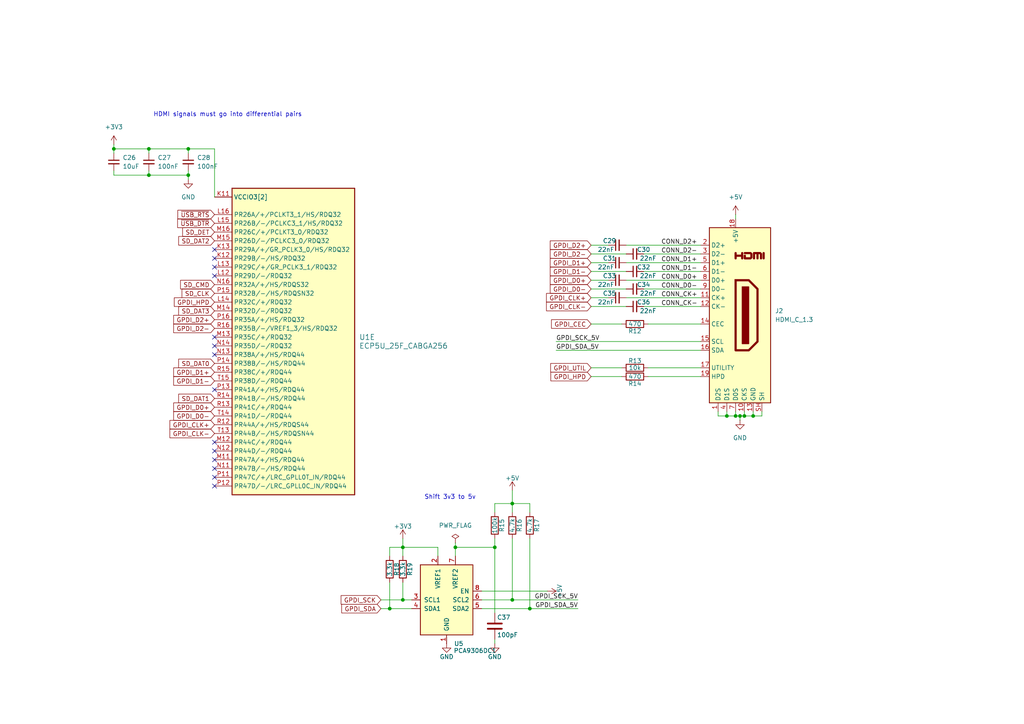
<source format=kicad_sch>
(kicad_sch (version 20250114) (generator "eeschema") (generator_version "9.0")
  (paper "A4")
  (title_block (title "Icepi zero") (date "2025-06-16") (rev "v1.2") (company "Chengyin Yao (cheyao)") (comment 1 "https://github.com/cheyao/icepi-zero") (comment 9 "OSHWA FR000026"))
  (lib_symbols
    (symbol "Connector:HDMI_C_1.3"
      (property "Reference" "J" (at -6.35 26.67 0))
      (property "Value" "HDMI_C_1.3" (at 10.16 26.67 0))
      (symbol "HDMI_C_1.3_0_0"
        (polyline (pts (xy 0 16.51) (xy 0 18.034) (xy 0 17.272) (xy 1.905 17.272) (xy 1.905 18.034) (xy 1.905 16.51)) (stroke (width 0.635)))
        (polyline (pts (xy 2.667 18.034) (xy 4.318 18.034) (xy 4.572 17.78) (xy 4.572 16.764) (xy 4.318 16.51) (xy 2.667 16.51) (xy 2.667 17.272)) (stroke (width 0.635)))
        (polyline (pts (xy 8.128 16.51) (xy 8.128 18.034)) (stroke (width 0.635)))
      )
      (symbol "HDMI_C_1.3_0_1"
        (rectangle (start -7.62 25.4) (end 10.16 -25.4) (stroke (width 0.254)) (fill (type background)))
        (polyline (pts (xy 0 10.16) (xy 3.81 10.16) (xy 6.35 7.62) (xy 6.35 -7.62) (xy 3.81 -10.16) (xy 0 -10.16) (xy 0 10.16)) (stroke (width 0.635)))
        (rectangle (start 1.905 8.255) (end 3.81 -8.255) (stroke (width 0.254)) (fill (type outline)))
        (polyline (pts (xy 5.334 16.51) (xy 5.334 18.034) (xy 6.35 18.034) (xy 6.35 16.51) (xy 6.35 18.034) (xy 7.112 18.034) (xy 7.366 17.78) (xy 7.366 16.51)) (stroke (width 0.635)))
      )
      (symbol "HDMI_C_1.3_1_1"
        (pin passive line (at -10.16 20.32 0) (length 2.54) (name "D2+") (number "2"))
        (pin passive line (at -10.16 17.78 0) (length 2.54) (name "D2-") (number "3"))
        (pin passive line (at -10.16 15.24 0) (length 2.54) (name "D1+") (number "5"))
        (pin passive line (at -10.16 12.7 0) (length 2.54) (name "D1-") (number "6"))
        (pin passive line (at -10.16 10.16 0) (length 2.54) (name "D0+") (number "8"))
        (pin passive line (at -10.16 7.62 0) (length 2.54) (name "D0-") (number "9"))
        (pin passive line (at -10.16 5.08 0) (length 2.54) (name "CK+") (number "11"))
        (pin passive line (at -10.16 2.54 0) (length 2.54) (name "CK-") (number "12"))
        (pin bidirectional line (at -10.16 -2.54 0) (length 2.54) (name "CEC") (number "14"))
        (pin passive line (at -10.16 -7.62 0) (length 2.54) (name "SCL") (number "15"))
        (pin bidirectional line (at -10.16 -10.16 0) (length 2.54) (name "SDA") (number "16"))
        (pin passive line (at -10.16 -15.24 0) (length 2.54) (name "UTILITY") (number "17"))
        (pin passive line (at -10.16 -17.78 0) (length 2.54) (name "HPD") (number "19"))
        (pin power_in line (at -5.08 -27.94 90) (length 2.54) (name "D2S") (number "1"))
        (pin power_in line (at -2.54 -27.94 90) (length 2.54) (name "D1S") (number "4"))
        (pin power_in line (at 0 27.94 270) (length 2.54) (name "+5V") (number "18"))
        (pin power_in line (at 0 -27.94 90) (length 2.54) (name "D0S") (number "7"))
        (pin power_in line (at 2.54 -27.94 90) (length 2.54) (name "CKS") (number "10"))
        (pin power_in line (at 5.08 -27.94 90) (length 2.54) (name "GND") (number "13"))
        (pin passive line (at 7.62 -27.94 90) (length 2.54) (name "SH") (number "SH"))
      )
    )
    (symbol "Device:C" (pin_numbers (hide yes)) (pin_names (offset 0.254))
      (property "Reference" "C" (at 0.635 2.54 0))
      (property "Value" "C" (at 0.635 -2.54 0))
      (symbol "C_0_1"
        (polyline (pts (xy -2.032 0.762) (xy 2.032 0.762)) (stroke (width 0.508)))
        (polyline (pts (xy -2.032 -0.762) (xy 2.032 -0.762)) (stroke (width 0.508)))
      )
      (symbol "C_1_1"
        (pin passive line (at 0 3.81 270) (length 2.794) (name "~") (number "1"))
        (pin passive line (at 0 -3.81 90) (length 2.794) (name "~") (number "2"))
      )
    )
    (symbol "Device:C_Small" (pin_numbers (hide yes)) (pin_names (offset 0.254) (hide yes))
      (property "Reference" "C" (at 0.254 1.778 0))
      (property "Value" "C_Small" (at 0.254 -2.032 0))
      (symbol "C_Small_0_1"
        (polyline (pts (xy -1.524 0.508) (xy 1.524 0.508)) (stroke (width 0.3048)))
        (polyline (pts (xy -1.524 -0.508) (xy 1.524 -0.508)) (stroke (width 0.3302)))
      )
      (symbol "C_Small_1_1"
        (pin passive line (at 0 2.54 270) (length 2.032) (name "~") (number "1"))
        (pin passive line (at 0 -2.54 90) (length 2.032) (name "~") (number "2"))
      )
    )
    (symbol "Device:R" (pin_numbers (hide yes)) (pin_names (offset 0))
      (property "Reference" "R" (at 2.032 0 90))
      (property "Value" "R" (at 0 0 90))
      (symbol "R_0_1"
        (rectangle (start -1.016 -2.54) (end 1.016 2.54) (stroke (width 0.254)))
      )
      (symbol "R_1_1"
        (pin passive line (at 0 3.81 270) (length 1.27) (name "~") (number "1"))
        (pin passive line (at 0 -3.81 90) (length 1.27) (name "~") (number "2"))
      )
    )
    (symbol "Interface:PCA9306DC1" (pin_names (offset 1.016))
      (property "Reference" "U" (at -7.62 11.43 0))
      (property "Value" "PCA9306DC1" (at 3.81 11.43 0))
      (symbol "PCA9306DC1_0_1"
        (rectangle (start -7.62 10.16) (end 7.62 -10.16) (stroke (width 0.254)) (fill (type background)))
      )
      (symbol "PCA9306DC1_1_1"
        (pin bidirectional line (at -10.16 0 0) (length 2.54) (name "SCL1") (number "3"))
        (pin bidirectional line (at -10.16 -2.54 0) (length 2.54) (name "SDA1") (number "4"))
        (pin power_in line (at -2.54 12.7 270) (length 2.54) (name "VREF1") (number "2"))
        (pin power_in line (at 0 -12.7 90) (length 2.54) (name "GND") (number "1"))
        (pin power_in line (at 2.54 12.7 270) (length 2.54) (name "VREF2") (number "7"))
        (pin input line (at 10.16 2.54 180) (length 2.54) (name "EN") (number "8"))
        (pin bidirectional line (at 10.16 0 180) (length 2.54) (name "SCL2") (number "6"))
        (pin bidirectional line (at 10.16 -2.54 180) (length 2.54) (name "SDA2") (number "5"))
      )
    )
    (symbol "josh:ECP5U_12_CABGA256"
      (property "Reference" "U" (at -15.24 45.72 0))
      (property "Value" "ECP5U_12_CABGA256" (at 7.62 43.18 0))
      (symbol "ECP5U_12_CABGA256_1_1"
        (rectangle (start -7.62 7.62) (end 6.35 -7.62) (stroke (width 0.001)) (fill (type background)))
        (pin power_in line (at -12.7 5.08 0) (length 5.08) (name "VCC[6]") (number "G6"))
        (pin power_in line (at -12.7 5.08 0) (length 5.08) (name "VCC[6]") (number "G7"))
        (pin power_in line (at -12.7 5.08 0) (length 5.08) (name "VCC[6]") (number "G9"))
        (pin power_in line (at -12.7 5.08 0) (length 5.08) (name "VCC[6]") (number "L10"))
        (pin power_in line (at -12.7 5.08 0) (length 5.08) (name "VCC[6]") (number "L8"))
        (pin power_in line (at -12.7 5.08 0) (length 5.08) (name "VCC[6]") (number "L9"))
        (pin power_in line (at -12.7 2.54 0) (length 5.08) (name "VCCAUX[2]") (number "G11"))
        (pin power_in line (at -12.7 2.54 0) (length 5.08) (name "VCCAUX[2]") (number "L7"))
        (pin power_in line (at -12.7 -5.08 0) (length 5.08) (name "GND[27]") (number "A1"))
        (pin power_in line (at -12.7 -5.08 0) (length 5.08) (name "GND[27]") (number "A16"))
        (pin power_in line (at -12.7 -5.08 0) (length 5.08) (name "GND[27]") (number "D15"))
        (pin power_in line (at -12.7 -5.08 0) (length 5.08) (name "GND[27]") (number "D2"))
        (pin power_in line (at -12.7 -5.08 0) (length 5.08) (name "GND[27]") (number "F8"))
        (pin power_in line (at -12.7 -5.08 0) (length 5.08) (name "GND[27]") (number "F9"))
        (pin power_in line (at -12.7 -5.08 0) (length 5.08) (name "GND[27]") (number "G10"))
        (pin power_in line (at -12.7 -5.08 0) (length 5.08) (name "GND[27]") (number "G8"))
        (pin power_in line (at -12.7 -5.08 0) (length 5.08) (name "GND[27]") (number "H1"))
        (pin power_in line (at -12.7 -5.08 0) (length 5.08) (name "GND[27]") (number "H10"))
        (pin power_in line (at -12.7 -5.08 0) (length 5.08) (name "GND[27]") (number "H16"))
        (pin power_in line (at -12.7 -5.08 0) (length 5.08) (name "GND[27]") (number "H8"))
        (pin power_in line (at -12.7 -5.08 0) (length 5.08) (name "GND[27]") (number "H9"))
        (pin power_in line (at -12.7 -5.08 0) (length 5.08) (name "GND[27]") (number "J10"))
        (pin power_in line (at -12.7 -5.08 0) (length 5.08) (name "GND[27]") (number "J8"))
        (pin power_in line (at -12.7 -5.08 0) (length 5.08) (name "GND[27]") (number "J9"))
        (pin power_in line (at -12.7 -5.08 0) (length 5.08) (name "GND[27]") (number "K10"))
        (pin power_in line (at -12.7 -5.08 0) (length 5.08) (name "GND[27]") (number "K6"))
        (pin power_in line (at -12.7 -5.08 0) (length 5.08) (name "GND[27]") (number "K7"))
        (pin power_in line (at -12.7 -5.08 0) (length 5.08) (name "GND[27]") (number "K8"))
        (pin power_in line (at -12.7 -5.08 0) (length 5.08) (name "GND[27]") (number "K9"))
        (pin power_in line (at -12.7 -5.08 0) (length 5.08) (name "GND[27]") (number "N15"))
        (pin power_in line (at -12.7 -5.08 0) (length 5.08) (name "GND[27]") (number "N2"))
        (pin power_in line (at -12.7 -5.08 0) (length 5.08) (name "GND[27]") (number "T1"))
        (pin power_in line (at -12.7 -5.08 0) (length 5.08) (name "GND[27]") (number "T12"))
        (pin power_in line (at -12.7 -5.08 0) (length 5.08) (name "GND[27]") (number "T16"))
        (pin power_in line (at -12.7 -5.08 0) (length 5.08) (name "GND[27]") (number "T5"))
      )
      (symbol "ECP5U_12_CABGA256_2_1"
        (rectangle (start -16.51 40.64) (end 8.89 -27.94) (stroke (width 0.305)) (fill (type background)))
        (pin power_in line (at -21.59 38.1 0) (length 5.08) (name "VCCIO0[2]") (number "F6"))
        (pin power_in line (at -21.59 38.1 0) (length 5.08) (name "VCCIO0[2]") (number "F7"))
        (pin bidirectional line (at -21.59 33.02 0) (length 5.08) (name "PT4A/+") (number "A2"))
        (pin bidirectional line (at -21.59 30.48 0) (length 5.08) (name "PT4B/-") (number "B3"))
        (pin bidirectional line (at -21.59 27.94 0) (length 5.08) (name "PT6A/+") (number "A3"))
        (pin bidirectional line (at -21.59 25.4 0) (length 5.08) (name "PT6B/-") (number "A4"))
        (pin bidirectional line (at -21.59 22.86 0) (length 5.08) (name "PT9A/+") (number "E4"))
        (pin bidirectional line (at -21.59 20.32 0) (length 5.08) (name "PT9B/-") (number "D4"))
        (pin bidirectional line (at -21.59 17.78 0) (length 5.08) (name "PT11A/+") (number "C4"))
        (pin bidirectional line (at -21.59 15.24 0) (length 5.08) (name "PT11B/-") (number "B4"))
        (pin bidirectional line (at -21.59 12.7 0) (length 5.08) (name "PT13A/+") (number "E5"))
        (pin bidirectional line (at -21.59 10.16 0) (length 5.08) (name "PT13B/-") (number "D5"))
        (pin bidirectional line (at -21.59 7.62 0) (length 5.08) (name "PT15A/+") (number "C5"))
        (pin bidirectional line (at -21.59 5.08 0) (length 5.08) (name "PT15B/-") (number "B5"))
        (pin bidirectional line (at -21.59 2.54 0) (length 5.08) (name "PT18A/+") (number "A5"))
        (pin bidirectional line (at -21.59 0 0) (length 5.08) (name "PT18B/-") (number "A6"))
        (pin bidirectional line (at -21.59 -2.54 0) (length 5.08) (name "PT20A/+") (number "E6"))
        (pin bidirectional line (at -21.59 -5.08 0) (length 5.08) (name "PT20B/-") (number "D6"))
        (pin bidirectional line (at -21.59 -7.62 0) (length 5.08) (name "PT22A/+") (number "C6"))
        (pin bidirectional line (at -21.59 -10.16 0) (length 5.08) (name "PT22B/-") (number "B6"))
        (pin bidirectional line (at -21.59 -12.7 0) (length 5.08) (name "PT24A/+/GR_PCLK0_1") (number "E7"))
        (pin bidirectional line (at -21.59 -15.24 0) (length 5.08) (name "PT24B/-/GR_PCLK0_0") (number "D7"))
        (pin bidirectional line (at -21.59 -17.78 0) (length 5.08) (name "PT27A/+/PCLKT0_1") (number "C7"))
        (pin bidirectional line (at -21.59 -20.32 0) (length 5.08) (name "PT27B/-/PCLKC0_1") (number "B7"))
        (pin bidirectional line (at -21.59 -22.86 0) (length 5.08) (name "PT29A/+/PCLKT0_0") (number "A7"))
        (pin bidirectional line (at -21.59 -25.4 0) (length 5.08) (name "PT29B/-/PCLKC0_0") (number "A8"))
      )
      (symbol "ECP5U_12_CABGA256_3_1"
        (rectangle (start -16.51 40.64) (end 8.89 -48.26) (stroke (width 0.305)) (fill (type background)))
        (pin power_in line (at -21.59 38.1 0) (length 5.08) (name "VCCIO1[2]") (number "F10"))
        (pin power_in line (at -21.59 38.1 0) (length 5.08) (name "VCCIO1[2]") (number "F11"))
        (pin bidirectional line (at -21.59 33.02 0) (length 5.08) (name "PT33A/+/PCLKT1_1") (number "E8"))
        (pin bidirectional line (at -21.59 30.48 0) (length 5.08) (name "PT33B/-/PCLKC1_1") (number "D8"))
        (pin bidirectional line (at -21.59 27.94 0) (length 5.08) (name "PT35A/+/PCLKT1_0") (number "C8"))
        (pin bidirectional line (at -21.59 25.4 0) (length 5.08) (name "PT35B/-/PCLKC1_0") (number "B8"))
        (pin bidirectional line (at -21.59 22.86 0) (length 5.08) (name "PT38A/+/GR_PCLK1_0") (number "B9"))
        (pin bidirectional line (at -21.59 20.32 0) (length 5.08) (name "PT38B/-/GR_PCLK1_1") (number "C9"))
        (pin bidirectional line (at -21.59 17.78 0) (length 5.08) (name "PT40A/+") (number "D9"))
        (pin bidirectional line (at -21.59 15.24 0) (length 5.08) (name "PT40B/-") (number "E9"))
        (pin bidirectional line (at -21.59 12.7 0) (length 5.08) (name "PT42A/+") (number "A9"))
        (pin bidirectional line (at -21.59 10.16 0) (length 5.08) (name "PT42B/-") (number "A10"))
        (pin bidirectional line (at -21.59 7.62 0) (length 5.08) (name "PT44A/+") (number "B10"))
        (pin bidirectional line (at -21.59 5.08 0) (length 5.08) (name "PT44B/-") (number "C10"))
        (pin bidirectional line (at -21.59 2.54 0) (length 5.08) (name "PT47A/+") (number "D10"))
        (pin bidirectional line (at -21.59 0 0) (length 5.08) (name "PT47B/-") (number "E10"))
        (pin bidirectional line (at -21.59 -2.54 0) (length 5.08) (name "PT49A/+") (number "B11"))
        (pin bidirectional line (at -21.59 -5.08 0) (length 5.08) (name "PT49B/-") (number "C11"))
        (pin bidirectional line (at -21.59 -7.62 0) (length 5.08) (name "PT51A/+") (number "D11"))
        (pin bidirectional line (at -21.59 -10.16 0) (length 5.08) (name "PT51B/-") (number "E11"))
        (pin bidirectional line (at -21.59 -12.7 0) (length 5.08) (name "PT53A/+") (number "A11"))
        (pin bidirectional line (at -21.59 -15.24 0) (length 5.08) (name "PT53B/-") (number "A12"))
        (pin bidirectional line (at -21.59 -17.78 0) (length 5.08) (name "PT56A/+") (number "B12"))
        (pin bidirectional line (at -21.59 -20.32 0) (length 5.08) (name "PT56B/-") (number "C12"))
        (pin bidirectional line (at -21.59 -22.86 0) (length 5.08) (name "PT58A/+") (number "D12"))
        (pin bidirectional line (at -21.59 -25.4 0) (length 5.08) (name "PT58B/-") (number "E12"))
        (pin bidirectional line (at -21.59 -27.94 0) (length 5.08) (name "PT60A/+") (number "B13"))
        (pin bidirectional line (at -21.59 -30.48 0) (length 5.08) (name "PT60B/-") (number "C13"))
        (pin bidirectional line (at -21.59 -33.02 0) (length 5.08) (name "PT62A/+") (number "D13"))
        (pin bidirectional line (at -21.59 -35.56 0) (length 5.08) (name "PT62B/-") (number "E13"))
        (pin bidirectional line (at -21.59 -38.1 0) (length 5.08) (name "PT65A/+") (number "A13"))
        (pin bidirectional line (at -21.59 -40.64 0) (length 5.08) (name "PT65B/-") (number "A14"))
        (pin bidirectional line (at -21.59 -43.18 0) (length 5.08) (name "PT67A/+") (number "B14"))
        (pin bidirectional line (at -21.59 -45.72 0) (length 5.08) (name "PT67B/-") (number "A15"))
      )
      (symbol "ECP5U_12_CABGA256_4_1"
        (rectangle (start -16.51 40.64) (end 21.59 -48.26) (stroke (width 0.305)) (fill (type background)))
        (pin power_in line (at -21.59 38.1 0) (length 5.08) (name "VCCIO2[2]") (number "H11"))
        (pin power_in line (at -21.59 38.1 0) (length 5.08) (name "VCCIO2[2]") (number "J11"))
        (pin bidirectional line (at -21.59 33.02 0) (length 5.08) (name "PR2A/+/HS/RDQ8") (number "B16"))
        (pin bidirectional line (at -21.59 30.48 0) (length 5.08) (name "PR2B/-/S0_IN/HS/RDQ8") (number "B15"))
        (pin bidirectional line (at -21.59 27.94 0) (length 5.08) (name "PR2C/+/RDQ8") (number "C14"))
        (pin bidirectional line (at -21.59 25.4 0) (length 5.08) (name "PR2D/-/RDQ8") (number "D14"))
        (pin bidirectional line (at -21.59 22.86 0) (length 5.08) (name "PR5A/+/HS/RDQ8") (number "C16"))
        (pin bidirectional line (at -21.59 20.32 0) (length 5.08) (name "PR5B/-/HS/RDQ8") (number "C15"))
        (pin bidirectional line (at -21.59 17.78 0) (length 5.08) (name "PR5C/+/RDQ8") (number "E14"))
        (pin bidirectional line (at -21.59 15.24 0) (length 5.08) (name "PR5D/-/RDQ8") (number "F14"))
        (pin bidirectional line (at -21.59 12.7 0) (length 5.08) (name "PR8A/+/HS/RDQS8") (number "D16"))
        (pin bidirectional line (at -21.59 10.16 0) (length 5.08) (name "PR8B/-/HS/RDQSN8") (number "E15"))
        (pin bidirectional line (at -21.59 7.62 0) (length 5.08) (name "PR8C/+/RDQ8") (number "F13"))
        (pin bidirectional line (at -21.59 5.08 0) (length 5.08) (name "PR8D/-/RDQ8") (number "F12"))
        (pin bidirectional line (at -21.59 2.54 0) (length 5.08) (name "PR11A/+/HS/RDQ8") (number "G12"))
        (pin bidirectional line (at -21.59 0 0) (length 5.08) (name "PR11B/-/HS/RDQ8") (number "G13"))
        (pin bidirectional line (at -21.59 -2.54 0) (length 5.08) (name "PR11C/+/RDQ8") (number "F15"))
        (pin bidirectional line (at -21.59 -5.08 0) (length 5.08) (name "PR11D/-/RDQ8") (number "E16"))
        (pin bidirectional line (at -21.59 -7.62 0) (length 5.08) (name "PR14A/+/HS/RDQ20") (number "F16"))
        (pin bidirectional line (at -21.59 -10.16 0) (length 5.08) (name "PR14B/-/HS/RDQ20") (number "G15"))
        (pin bidirectional line (at -21.59 -12.7 0) (length 5.08) (name "PR14C/+/VREF1_2/RDQ20") (number "G14"))
        (pin bidirectional line (at -21.59 -15.24 0) (length 5.08) (name "PR14D/-/RDQ20") (number "H14"))
        (pin bidirectional line (at -21.59 -17.78 0) (length 5.08) (name "PR17A/+/HS/RDQ20") (number "H12"))
        (pin bidirectional line (at -21.59 -20.32 0) (length 5.08) (name "PR17B/-/HS/RDQ20") (number "H13"))
        (pin bidirectional line (at -21.59 -22.86 0) (length 5.08) (name "PR17C/+/RDQ20") (number "J13"))
        (pin bidirectional line (at -21.59 -25.4 0) (length 5.08) (name "PR17D/-/RDQ20") (number "J12"))
        (pin bidirectional line (at -21.59 -27.94 0) (length 5.08) (name "PR20A/+/GR_PCLK2_1/HS/RDQS20") (number "G16"))
        (pin bidirectional line (at -21.59 -30.48 0) (length 5.08) (name "PR20B/-/HS/RDQSN20") (number "H15"))
        (pin bidirectional line (at -21.59 -33.02 0) (length 5.08) (name "PR20C/+/GR_PCLK2_0/RDQ20") (number "J14"))
        (pin bidirectional line (at -21.59 -35.56 0) (length 5.08) (name "PR20D/-/RDQ20") (number "K14"))
        (pin bidirectional line (at -21.59 -38.1 0) (length 5.08) (name "PR23A/+/PCLKT2_1/HS/RDQ20") (number "J16"))
        (pin bidirectional line (at -21.59 -40.64 0) (length 5.08) (name "PR23B/-/PCLKC2_1/HS/RDQ20") (number "J15"))
        (pin bidirectional line (at -21.59 -43.18 0) (length 5.08) (name "PR23C/+/PCLKT2_0/RDQ20") (number "K16"))
        (pin bidirectional line (at -21.59 -45.72 0) (length 5.08) (name "PR23D/-/PCLKC2_0/RDQ20") (number "K15"))
      )
      (symbol "ECP5U_12_CABGA256_5_1"
        (rectangle (start -16.51 40.64) (end 19.05 -48.26) (stroke (width 0.305)) (fill (type background)))
        (pin power_in line (at -21.59 38.1 0) (length 5.08) (name "VCCIO3[2]") (number "K11"))
        (pin power_in line (at -21.59 38.1 0) (length 5.08) (name "VCCIO3[2]") (number "L11"))
        (pin bidirectional line (at -21.59 33.02 0) (length 5.08) (name "PR26A/+/PCLKT3_1/HS/RDQ32") (number "L16"))
        (pin bidirectional line (at -21.59 30.48 0) (length 5.08) (name "PR26B/-/PCLKC3_1/HS/RDQ32") (number "L15"))
        (pin bidirectional line (at -21.59 27.94 0) (length 5.08) (name "PR26C/+/PCLKT3_0/RDQ32") (number "M16"))
        (pin bidirectional line (at -21.59 25.4 0) (length 5.08) (name "PR26D/-/PCLKC3_0/RDQ32") (number "M15"))
        (pin bidirectional line (at -21.59 22.86 0) (length 5.08) (name "PR29A/+/GR_PCLK3_0/HS/RDQ32") (number "K13"))
        (pin bidirectional line (at -21.59 20.32 0) (length 5.08) (name "PR29B/-/HS/RDQ32") (number "K12"))
        (pin bidirectional line (at -21.59 17.78 0) (length 5.08) (name "PR29C/+/GR_PCLK3_1/RDQ32") (number "L13"))
        (pin bidirectional line (at -21.59 15.24 0) (length 5.08) (name "PR29D/-/RDQ32") (number "L12"))
        (pin bidirectional line (at -21.59 12.7 0) (length 5.08) (name "PR32A/+/HS/RDQS32") (number "N16"))
        (pin bidirectional line (at -21.59 10.16 0) (length 5.08) (name "PR32B/-/HS/RDQSN32") (number "P15"))
        (pin bidirectional line (at -21.59 7.62 0) (length 5.08) (name "PR32C/+/RDQ32") (number "L14"))
        (pin bidirectional line (at -21.59 5.08 0) (length 5.08) (name "PR32D/-/RDQ32") (number "M14"))
        (pin bidirectional line (at -21.59 2.54 0) (length 5.08) (name "PR35A/+/HS/RDQ32") (number "P16"))
        (pin bidirectional line (at -21.59 0 0) (length 5.08) (name "PR35B/-/VREF1_3/HS/RDQ32") (number "R16"))
        (pin bidirectional line (at -21.59 -2.54 0) (length 5.08) (name "PR35C/+/RDQ32") (number "M13"))
        (pin bidirectional line (at -21.59 -5.08 0) (length 5.08) (name "PR35D/-/RDQ32") (number "N14"))
        (pin bidirectional line (at -21.59 -7.62 0) (length 5.08) (name "PR38A/+/HS/RDQ44") (number "N13"))
        (pin bidirectional line (at -21.59 -10.16 0) (length 5.08) (name "PR38B/-/HS/RDQ44") (number "P14"))
        (pin bidirectional line (at -21.59 -12.7 0) (length 5.08) (name "PR38C/+/RDQ44") (number "R15"))
        (pin bidirectional line (at -21.59 -15.24 0) (length 5.08) (name "PR38D/-/RDQ44") (number "T15"))
        (pin bidirectional line (at -21.59 -17.78 0) (length 5.08) (name "PR41A/+/HS/RDQ44") (number "P13"))
        (pin bidirectional line (at -21.59 -20.32 0) (length 5.08) (name "PR41B/-/HS/RDQ44") (number "R14"))
        (pin bidirectional line (at -21.59 -22.86 0) (length 5.08) (name "PR41C/+/RDQ44") (number "R13"))
        (pin bidirectional line (at -21.59 -25.4 0) (length 5.08) (name "PR41D/-/RDQ44") (number "T14"))
        (pin bidirectional line (at -21.59 -27.94 0) (length 5.08) (name "PR44A/+/HS/RDQS44") (number "R12"))
        (pin bidirectional line (at -21.59 -30.48 0) (length 5.08) (name "PR44B/-/HS/RDQSN44") (number "T13"))
        (pin bidirectional line (at -21.59 -33.02 0) (length 5.08) (name "PR44C/+/RDQ44") (number "M12"))
        (pin bidirectional line (at -21.59 -35.56 0) (length 5.08) (name "PR44D/-/RDQ44") (number "N12"))
        (pin bidirectional line (at -21.59 -38.1 0) (length 5.08) (name "PR47A/+/HS/RDQ44") (number "M11"))
        (pin bidirectional line (at -21.59 -40.64 0) (length 5.08) (name "PR47B/-/HS/RDQ44") (number "N11"))
        (pin bidirectional line (at -21.59 -43.18 0) (length 5.08) (name "PR47C/+/LRC_GPLL0T_IN/RDQ44") (number "P11"))
        (pin bidirectional line (at -21.59 -45.72 0) (length 5.08) (name "PR47D/-/LRC_GPLL0C_IN/RDQ44") (number "P12"))
      )
      (symbol "ECP5U_12_CABGA256_6_1"
        (rectangle (start -16.51 40.64) (end 19.05 -48.26) (stroke (width 0.305)) (fill (type background)))
        (pin power_in line (at -21.59 38.1 0) (length 5.08) (name "VCCIO6[2]") (number "J6"))
        (pin power_in line (at -21.59 38.1 0) (length 5.08) (name "VCCIO6[2]") (number "J7"))
        (pin bidirectional line (at -21.59 33.02 0) (length 5.08) (name "PL26A/+/PCLKT6_1/HS/LDQ32") (number "L1"))
        (pin bidirectional line (at -21.59 30.48 0) (length 5.08) (name "PL26B/-/PCLKC6_1/HS/LDQ32") (number "L2"))
        (pin bidirectional line (at -21.59 27.94 0) (length 5.08) (name "PL26C/+/PCLKT6_0/LDQ32") (number "M1"))
        (pin bidirectional line (at -21.59 25.4 0) (length 5.08) (name "PL26D/-/PCLKC6_0/LDQ32") (number "M2"))
        (pin bidirectional line (at -21.59 22.86 0) (length 5.08) (name "PL29A/+/GR_PCLK6_0/HS/LDQ32") (number "K4"))
        (pin bidirectional line (at -21.59 20.32 0) (length 5.08) (name "PL29B/-/HS/LDQ32") (number "K5"))
        (pin bidirectional line (at -21.59 17.78 0) (length 5.08) (name "PL29C/+/GR_PCLK6_1/LDQ32") (number "L4"))
        (pin bidirectional line (at -21.59 15.24 0) (length 5.08) (name "PL29D/-/LDQ32") (number "L5"))
        (pin bidirectional line (at -21.59 12.7 0) (length 5.08) (name "PL32A/+/HS/LDQS32") (number "N1"))
        (pin bidirectional line (at -21.59 10.16 0) (length 5.08) (name "PL32B/-/HS/LDQSN32") (number "P2"))
        (pin bidirectional line (at -21.59 7.62 0) (length 5.08) (name "PL32C/+/LDQ32") (number "L3"))
        (pin bidirectional line (at -21.59 5.08 0) (length 5.08) (name "PL32D/-/LDQ32") (number "M3"))
        (pin bidirectional line (at -21.59 2.54 0) (length 5.08) (name "PL35A/+/HS/LDQ32") (number "P1"))
        (pin bidirectional line (at -21.59 0 0) (length 5.08) (name "PL35B/-/VREF1_6/HS/LDQ32") (number "R1"))
        (pin bidirectional line (at -21.59 -2.54 0) (length 5.08) (name "PL35C/+/LDQ32") (number "M4"))
        (pin bidirectional line (at -21.59 -5.08 0) (length 5.08) (name "PL35D/-/LDQ32") (number "N3"))
        (pin bidirectional line (at -21.59 -7.62 0) (length 5.08) (name "PL38A/+/HS/LDQ44") (number "N4"))
        (pin bidirectional line (at -21.59 -10.16 0) (length 5.08) (name "PL38B/-/HS/LDQ44") (number "P3"))
        (pin bidirectional line (at -21.59 -12.7 0) (length 5.08) (name "PL38C/+/LDQ44") (number "R2"))
        (pin bidirectional line (at -21.59 -15.24 0) (length 5.08) (name "PL38D/-/LDQ44") (number "T2"))
        (pin bidirectional line (at -21.59 -17.78 0) (length 5.08) (name "PL41A/+/HS/LDQ44") (number "P4"))
        (pin bidirectional line (at -21.59 -20.32 0) (length 5.08) (name "PL41B/-/HS/LDQ44") (number "R3"))
        (pin bidirectional line (at -21.59 -22.86 0) (length 5.08) (name "PL41C/+/LDQ44") (number "R4"))
        (pin bidirectional line (at -21.59 -25.4 0) (length 5.08) (name "PL41D/-/LDQ44") (number "T3"))
        (pin bidirectional line (at -21.59 -27.94 0) (length 5.08) (name "PL44A/+/HS/LDQS44") (number "R5"))
        (pin bidirectional line (at -21.59 -30.48 0) (length 5.08) (name "PL44B/-/HS/LDQSN44") (number "T4"))
        (pin bidirectional line (at -21.59 -33.02 0) (length 5.08) (name "PL44C/+/LDQ44") (number "M5"))
        (pin bidirectional line (at -21.59 -35.56 0) (length 5.08) (name "PL44D/-/LDQ44") (number "N5"))
        (pin bidirectional line (at -21.59 -38.1 0) (length 5.08) (name "PL47A/+/HS/LDQ44") (number "M6"))
        (pin bidirectional line (at -21.59 -40.64 0) (length 5.08) (name "PL47B/-/HS/LDQ44") (number "N6"))
        (pin bidirectional line (at -21.59 -43.18 0) (length 5.08) (name "PL47C/+/LLC_GPLL0T_IN/LDQ44") (number "P6"))
        (pin bidirectional line (at -21.59 -45.72 0) (length 5.08) (name "PL47D/-/LLC_GPLL0C_IN/LDQ44") (number "P5"))
      )
      (symbol "ECP5U_12_CABGA256_7_1"
        (rectangle (start -16.51 40.64) (end 20.32 -46.99) (stroke (width 0.305)) (fill (type background)))
        (pin power_in line (at -21.59 38.1 0) (length 5.08) (name "VCCIO7[2]") (number "H6"))
        (pin power_in line (at -21.59 38.1 0) (length 5.08) (name "VCCIO7[2]") (number "H7"))
        (pin bidirectional line (at -21.59 34.29 0) (length 5.08) (name "PL2A/+/HS/LDQ8") (number "B1"))
        (pin bidirectional line (at -21.59 31.75 0) (length 5.08) (name "PL2B/-/HS/LDQ8") (number "B2"))
        (pin bidirectional line (at -21.59 29.21 0) (length 5.08) (name "PL2C/+/LDQ8") (number "C3"))
        (pin bidirectional line (at -21.59 26.67 0) (length 5.08) (name "PL2D/-/LDQ8") (number "D3"))
        (pin bidirectional line (at -21.59 24.13 0) (length 5.08) (name "PL5A/+/HS/LDQ8") (number "C1"))
        (pin bidirectional line (at -21.59 21.59 0) (length 5.08) (name "PL5B/-/HS/LDQ8") (number "C2"))
        (pin bidirectional line (at -21.59 19.05 0) (length 5.08) (name "PL5C/+/LDQ8") (number "E3"))
        (pin bidirectional line (at -21.59 16.51 0) (length 5.08) (name "PL5D/-/LDQ8") (number "F3"))
        (pin bidirectional line (at -21.59 13.97 0) (length 5.08) (name "PL8A/+/HS/LDQS8") (number "D1"))
        (pin bidirectional line (at -21.59 11.43 0) (length 5.08) (name "PL8B/-/HS/LDQSN8") (number "E2"))
        (pin bidirectional line (at -21.59 8.89 0) (length 5.08) (name "PL8C/+/LDQ8") (number "F4"))
        (pin bidirectional line (at -21.59 6.35 0) (length 5.08) (name "PL8D/-/LDQ8") (number "F5"))
        (pin bidirectional line (at -21.59 3.81 0) (length 5.08) (name "PL11A/+/HS/LDQ8") (number "G5"))
        (pin bidirectional line (at -21.59 1.27 0) (length 5.08) (name "PL11B/-/HS/LDQ8") (number "G4"))
        (pin bidirectional line (at -21.59 -1.27 0) (length 5.08) (name "PL11C/+/LDQ8") (number "F2"))
        (pin bidirectional line (at -21.59 -3.81 0) (length 5.08) (name "PL11D/-/LDQ8") (number "E1"))
        (pin bidirectional line (at -21.59 -6.35 0) (length 5.08) (name "PL14A/+/HS/LDQ20") (number "F1"))
        (pin bidirectional line (at -21.59 -8.89 0) (length 5.08) (name "PL14B/-/HS/LDQ20") (number "G2"))
        (pin bidirectional line (at -21.59 -11.43 0) (length 5.08) (name "PL14C/+/VREF1_7/LDQ20") (number "G3"))
        (pin bidirectional line (at -21.59 -13.97 0) (length 5.08) (name "PL14D/-/LDQ20") (number "H3"))
        (pin bidirectional line (at -21.59 -16.51 0) (length 5.08) (name "PL17A/+/HS/LDQ20") (number "H5"))
        (pin bidirectional line (at -21.59 -19.05 0) (length 5.08) (name "PL17B/-/HS/LDQ20") (number "H4"))
        (pin bidirectional line (at -21.59 -21.59 0) (length 5.08) (name "PL17C/+/LDQ20") (number "J4"))
        (pin bidirectional line (at -21.59 -24.13 0) (length 5.08) (name "PL17D/-/LDQ20") (number "J5"))
        (pin bidirectional line (at -21.59 -26.67 0) (length 5.08) (name "PL20A/+/GR_PCLK7_1/HS/LDQS20") (number "G1"))
        (pin bidirectional line (at -21.59 -29.21 0) (length 5.08) (name "PL20B/-/HS/LDQSN20") (number "H2"))
        (pin bidirectional line (at -21.59 -31.75 0) (length 5.08) (name "PL20C/+/GR_PCLK7_0/LDQ20") (number "J3"))
        (pin bidirectional line (at -21.59 -34.29 0) (length 5.08) (name "PL20D/-/LDQ20") (number "K3"))
        (pin bidirectional line (at -21.59 -36.83 0) (length 5.08) (name "PL23A/+/PCLKT7_1/HS/LDQ20") (number "J1"))
        (pin bidirectional line (at -21.59 -39.37 0) (length 5.08) (name "PL23B/-/PCLKC7_1/HS/LDQ20") (number "J2"))
        (pin bidirectional line (at -21.59 -41.91 0) (length 5.08) (name "PL23C/+/PCLKT7_0/LDQ20") (number "K1"))
        (pin bidirectional line (at -21.59 -44.45 0) (length 5.08) (name "PL23D/-/PCLKC7_0/LDQ20") (number "K2"))
      )
      (symbol "ECP5U_12_CABGA256_8_1"
        (rectangle (start -16.51 40.64) (end 25.4 -17.78) (stroke (width 0.305)) (fill (type background)))
        (pin power_in line (at -21.59 38.1 0) (length 5.08) (name "VCCIO8") (number "L6"))
        (pin bidirectional line (at -21.59 33.02 0) (length 5.08) (name "CCLK/MCLK/SCK") (number "N9"))
        (pin bidirectional line (at -21.59 30.48 0) (length 5.08) (name "CFG_0") (number "N10"))
        (pin bidirectional line (at -21.59 27.94 0) (length 5.08) (name "CFG_1") (number "P10"))
        (pin bidirectional line (at -21.59 25.4 0) (length 5.08) (name "CFG_2") (number "R10"))
        (pin bidirectional line (at -21.59 22.86 0) (length 5.08) (name "DONE") (number "P9"))
        (pin bidirectional line (at -21.59 20.32 0) (length 5.08) (name "INITN") (number "T9"))
        (pin bidirectional line (at -21.59 17.78 0) (length 5.08) (name "PB4A/+/D7/IO7") (number "T6"))
        (pin bidirectional line (at -21.59 15.24 0) (length 5.08) (name "PB4B/-/D6/IO6") (number "R6"))
        (pin bidirectional line (at -21.59 12.7 0) (length 5.08) (name "PB6A/+/D5/MISO2/IO5") (number "R7"))
        (pin bidirectional line (at -21.59 10.16 0) (length 5.08) (name "PB6B/-/D4/MOSI2/IO4") (number "P7"))
        (pin bidirectional line (at -21.59 7.62 0) (length 5.08) (name "PB9A/+/D3/IO3") (number "N7"))
        (pin bidirectional line (at -21.59 5.08 0) (length 5.08) (name "PB9B/-/D2/IO2") (number "M7"))
        (pin bidirectional line (at -21.59 2.54 0) (length 5.08) (name "PB11A/+/D1/MISO/IO1") (number "T7"))
        (pin bidirectional line (at -21.59 0 0) (length 5.08) (name "PB11B/-/D0/MOSI/IO0") (number "T8"))
        (pin bidirectional line (at -21.59 -2.54 0) (length 5.08) (name "PB13A/+/SN/CSN") (number "R8"))
        (pin bidirectional line (at -21.59 -5.08 0) (length 5.08) (name "PB13B/-/CS1N") (number "P8"))
        (pin bidirectional line (at -21.59 -7.62 0) (length 5.08) (name "PB15A/+/HOLDN/DI/BUSY/CSSPIN/CEN") (number "N8"))
        (pin bidirectional line (at -21.59 -10.16 0) (length 5.08) (name "PB15B/-/DOUT/CSON") (number "M8"))
        (pin bidirectional line (at -21.59 -12.7 0) (length 5.08) (name "PB18A/WRITEN") (number "M9"))
        (pin bidirectional line (at -21.59 -15.24 0) (length 5.08) (name "PROGRAMN") (number "R9"))
      )
      (symbol "ECP5U_12_CABGA256_9_1"
        (rectangle (start -2.54 6.35) (end 5.08 -6.35) (stroke (width 0.305)) (fill (type background)))
        (pin bidirectional line (at -7.62 3.81 0) (length 5.08) (name "TCK") (number "T10"))
        (pin bidirectional line (at -7.62 1.27 0) (length 5.08) (name "TDI") (number "R11"))
        (pin bidirectional line (at -7.62 -1.27 0) (length 5.08) (name "TDO") (number "M10"))
        (pin bidirectional line (at -7.62 -3.81 0) (length 5.08) (name "TMS") (number "T11"))
      )
    )
    (symbol "power:+3V3" (power) (pin_numbers (hide yes)) (pin_names (offset 0) (hide yes))
      (property "Value" "+3V3" (at 0 3.556 0))
      (symbol "+3V3_0_1"
        (polyline (pts (xy -0.762 1.27) (xy 0 2.54)))
        (polyline (pts (xy 0 2.54) (xy 0.762 1.27)))
        (polyline (pts (xy 0 0) (xy 0 2.54)))
      )
      (symbol "+3V3_1_1"
        (pin power_in line (at 0 0 90) (length 0) (name "~") (number "1"))
      )
    )
    (symbol "power:+5V" (power) (pin_numbers (hide yes)) (pin_names (offset 0) (hide yes))
      (property "Value" "+5V" (at 0 3.556 0))
      (symbol "+5V_0_1"
        (polyline (pts (xy -0.762 1.27) (xy 0 2.54)))
        (polyline (pts (xy 0 2.54) (xy 0.762 1.27)))
        (polyline (pts (xy 0 0) (xy 0 2.54)))
      )
      (symbol "+5V_1_1"
        (pin power_in line (at 0 0 90) (length 0) (name "~") (number "1"))
      )
    )
    (symbol "power:GND" (power) (pin_numbers (hide yes)) (pin_names (offset 0) (hide yes))
      (property "Value" "GND" (at 0 -3.81 0))
      (symbol "GND_0_1"
        (polyline (pts (xy 0 0) (xy 0 -1.27) (xy 1.27 -1.27) (xy 0 -2.54) (xy -1.27 -1.27) (xy 0 -1.27)))
      )
      (symbol "GND_1_1"
        (pin power_in line (at 0 0 270) (length 0) (name "~") (number "1"))
      )
    )
    (symbol "power:PWR_FLAG" (power) (pin_numbers (hide yes)) (pin_names (offset 0) (hide yes))
      (property "Value" "PWR_FLAG" (at 0 3.81 0))
      (symbol "PWR_FLAG_0_0"
        (pin power_out line (at 0 0 90) (length 0) (name "~") (number "1"))
      )
      (symbol "PWR_FLAG_0_1"
        (polyline (pts (xy 0 0) (xy 0 1.27) (xy -1.016 1.905) (xy 0 2.54) (xy 1.016 1.905) (xy 0 1.27)))
      )
    )
  )
  (text "Shift 3v3 to 5v" (at 130.556 144.272 0) (effects (font (size 1.27 1.27))))
  (text "HDMI signals must go into differential pairs" (at 66.04 33.274 0) (effects (font (size 1.27 1.27))))
  (junction (at 213.36 120.65))
  (junction (at 33.02 43.18))
  (junction (at 54.61 50.8))
  (junction (at 143.51 158.75))
  (junction (at 210.82 120.65))
  (junction (at 113.03 176.53))
  (junction (at 148.59 146.05))
  (junction (at 132.08 158.75))
  (junction (at 214.63 120.65))
  (junction (at 43.18 43.18))
  (junction (at 218.44 120.65))
  (junction (at 54.61 43.18))
  (junction (at 116.84 173.99))
  (junction (at 43.18 50.8))
  (junction (at 215.9 120.65))
  (junction (at 153.67 176.53))
  (junction (at 116.84 158.75))
  (junction (at 148.59 173.99))
  (no_connect (at 62.23 140.97))
  (no_connect (at 62.23 130.81))
  (no_connect (at 62.23 135.89))
  (no_connect (at 62.23 77.47))
  (no_connect (at 62.23 102.87))
  (no_connect (at 62.23 72.39))
  (no_connect (at 62.23 133.35))
  (no_connect (at 62.23 128.27))
  (no_connect (at 62.23 80.01))
  (no_connect (at 62.23 113.03))
  (no_connect (at 62.23 138.43))
  (no_connect (at 62.23 97.79))
  (no_connect (at 62.23 100.33))
  (no_connect (at 62.23 74.93))
  (wire (pts (xy 210.82 120.65) (xy 208.28 120.65)))
  (wire (pts (xy 116.84 173.99) (xy 119.38 173.99)))
  (wire (pts (xy 181.61 71.12) (xy 203.2 71.12)))
  (wire (pts (xy 139.7 173.99) (xy 148.59 173.99)))
  (wire (pts (xy 171.45 83.82) (xy 181.61 83.82)))
  (wire (pts (xy 113.03 161.29) (xy 113.03 158.75)))
  (wire (pts (xy 181.61 86.36) (xy 203.2 86.36)))
  (wire (pts (xy 148.59 173.99) (xy 167.64 173.99)))
  (wire (pts (xy 33.02 43.18) (xy 43.18 43.18)))
  (wire (pts (xy 214.63 121.92) (xy 214.63 120.65)))
  (wire (pts (xy 171.45 86.36) (xy 176.53 86.36)))
  (wire (pts (xy 148.59 146.05) (xy 148.59 148.59)))
  (wire (pts (xy 171.45 106.68) (xy 180.34 106.68)))
  (wire (pts (xy 116.84 158.75) (xy 127 158.75)))
  (wire (pts (xy 218.44 120.65) (xy 218.44 119.38)))
  (wire (pts (xy 33.02 49.53) (xy 33.02 50.8)))
  (wire (pts (xy 132.08 158.75) (xy 132.08 161.29)))
  (wire (pts (xy 54.61 44.45) (xy 54.61 43.18)))
  (wire (pts (xy 186.69 83.82) (xy 203.2 83.82)))
  (wire (pts (xy 143.51 185.42) (xy 143.51 186.69)))
  (wire (pts (xy 143.51 158.75) (xy 143.51 177.8)))
  (wire (pts (xy 139.7 171.45) (xy 158.75 171.45)))
  (wire (pts (xy 139.7 176.53) (xy 153.67 176.53)))
  (wire (pts (xy 148.59 156.21) (xy 148.59 173.99)))
  (wire (pts (xy 214.63 120.65) (xy 215.9 120.65)))
  (wire (pts (xy 33.02 43.18) (xy 33.02 44.45)))
  (wire (pts (xy 54.61 43.18) (xy 62.23 43.18)))
  (wire (pts (xy 113.03 176.53) (xy 119.38 176.53)))
  (wire (pts (xy 213.36 62.23) (xy 213.36 63.5)))
  (wire (pts (xy 153.67 176.53) (xy 153.67 156.21)))
  (wire (pts (xy 110.49 176.53) (xy 113.03 176.53)))
  (wire (pts (xy 218.44 120.65) (xy 220.98 120.65)))
  (wire (pts (xy 153.67 176.53) (xy 167.64 176.53)))
  (wire (pts (xy 214.63 120.65) (xy 213.36 120.65)))
  (wire (pts (xy 110.49 173.99) (xy 116.84 173.99)))
  (wire (pts (xy 54.61 50.8) (xy 54.61 49.53)))
  (wire (pts (xy 43.18 50.8) (xy 43.18 49.53)))
  (wire (pts (xy 215.9 120.65) (xy 215.9 119.38)))
  (wire (pts (xy 116.84 156.21) (xy 116.84 158.75)))
  (wire (pts (xy 132.08 158.75) (xy 143.51 158.75)))
  (wire (pts (xy 186.69 88.9) (xy 203.2 88.9)))
  (wire (pts (xy 127 158.75) (xy 127 161.29)))
  (wire (pts (xy 171.45 109.22) (xy 180.34 109.22)))
  (wire (pts (xy 171.45 73.66) (xy 181.61 73.66)))
  (wire (pts (xy 171.45 76.2) (xy 176.53 76.2)))
  (wire (pts (xy 213.36 120.65) (xy 210.82 120.65)))
  (wire (pts (xy 43.18 43.18) (xy 43.18 44.45)))
  (wire (pts (xy 43.18 50.8) (xy 54.61 50.8)))
  (wire (pts (xy 43.18 43.18) (xy 54.61 43.18)))
  (wire (pts (xy 161.29 101.6) (xy 203.2 101.6)))
  (wire (pts (xy 143.51 156.21) (xy 143.51 158.75)))
  (wire (pts (xy 186.69 78.74) (xy 203.2 78.74)))
  (wire (pts (xy 148.59 146.05) (xy 153.67 146.05)))
  (wire (pts (xy 181.61 76.2) (xy 203.2 76.2)))
  (wire (pts (xy 215.9 120.65) (xy 218.44 120.65)))
  (wire (pts (xy 171.45 78.74) (xy 181.61 78.74)))
  (wire (pts (xy 143.51 148.59) (xy 143.51 146.05)))
  (wire (pts (xy 171.45 81.28) (xy 176.53 81.28)))
  (wire (pts (xy 33.02 50.8) (xy 43.18 50.8)))
  (wire (pts (xy 171.45 88.9) (xy 181.61 88.9)))
  (wire (pts (xy 132.08 157.48) (xy 132.08 158.75)))
  (wire (pts (xy 153.67 146.05) (xy 153.67 148.59)))
  (wire (pts (xy 33.02 41.91) (xy 33.02 43.18)))
  (wire (pts (xy 187.96 106.68) (xy 203.2 106.68)))
  (wire (pts (xy 213.36 120.65) (xy 213.36 119.38)))
  (wire (pts (xy 208.28 120.65) (xy 208.28 119.38)))
  (wire (pts (xy 113.03 168.91) (xy 113.03 176.53)))
  (wire (pts (xy 161.29 99.06) (xy 203.2 99.06)))
  (wire (pts (xy 54.61 50.8) (xy 54.61 52.07)))
  (wire (pts (xy 210.82 120.65) (xy 210.82 119.38)))
  (wire (pts (xy 186.69 73.66) (xy 203.2 73.66)))
  (wire (pts (xy 148.59 142.24) (xy 148.59 146.05)))
  (wire (pts (xy 181.61 81.28) (xy 203.2 81.28)))
  (wire (pts (xy 171.45 71.12) (xy 176.53 71.12)))
  (wire (pts (xy 187.96 109.22) (xy 203.2 109.22)))
  (wire (pts (xy 113.03 158.75) (xy 116.84 158.75)))
  (wire (pts (xy 116.84 158.75) (xy 116.84 161.29)))
  (wire (pts (xy 116.84 168.91) (xy 116.84 173.99)))
  (wire (pts (xy 187.96 93.98) (xy 203.2 93.98)))
  (wire (pts (xy 62.23 43.18) (xy 62.23 57.15)))
  (wire (pts (xy 171.45 93.98) (xy 180.34 93.98)))
  (wire (pts (xy 143.51 146.05) (xy 148.59 146.05)))
  (wire (pts (xy 220.98 120.65) (xy 220.98 119.38)))
  (label "GPDI_SCK_5V" (at 167.64 173.99 180))
  (label "CONN_D0-" (at 191.77 83.82 0))
  (label "GPDI_SDA_5V" (at 167.64 176.53 180))
  (label "GPDI_SCK_5V" (at 161.29 99.06 0))
  (label "CONN_CK-" (at 191.77 88.9 0))
  (label "CONN_D2+" (at 191.77 71.12 0))
  (label "CONN_D0+" (at 191.77 81.28 0))
  (label "CONN_D1-" (at 191.77 78.74 0))
  (label "GPDI_SDA_5V" (at 161.29 101.6 0))
  (label "CONN_D2-" (at 191.77 73.66 0))
  (label "CONN_D1+" (at 191.77 76.2 0))
  (label "CONN_CK+" (at 191.77 86.36 0))
  (global_label "GPDI_SDA" (shape input) (at 110.49 176.53 180) (property "Intersheetrefs" "${INTERSHEET_REFS}" (effects (hide yes))))
  (global_label "GPDI_HPD" (shape input) (at 171.45 109.22 180) (property "Intersheetrefs" "${INTERSHEET_REFS}" (effects (hide yes))))
  (global_label "GPDI_D2+" (shape input) (at 62.23 92.71 180) (property "Intersheetrefs" "${INTERSHEET_REFS}" (effects (hide yes))))
  (global_label "GPDI_CLK+" (shape input) (at 62.23 123.19 180) (property "Intersheetrefs" "${INTERSHEET_REFS}" (effects (hide yes))))
  (global_label "GPDI_D2+" (shape input) (at 171.45 71.12 180) (property "Intersheetrefs" "${INTERSHEET_REFS}" (effects (hide yes))))
  (global_label "~{USB_RTS}" (shape input) (at 62.23 62.23 180) (property "Intersheetrefs" "${INTERSHEET_REFS}" (effects (hide yes))))
  (global_label "GPDI_D0+" (shape input) (at 62.23 118.11 180) (property "Intersheetrefs" "${INTERSHEET_REFS}" (effects (hide yes))))
  (global_label "~{USB_DTR}" (shape input) (at 62.23 64.77 180) (property "Intersheetrefs" "${INTERSHEET_REFS}" (effects (hide yes))))
  (global_label "GPDI_D1+" (shape input) (at 62.23 107.95 180) (property "Intersheetrefs" "${INTERSHEET_REFS}" (effects (hide yes))))
  (global_label "GPDI_UTIL" (shape input) (at 171.45 106.68 180) (property "Intersheetrefs" "${INTERSHEET_REFS}" (effects (hide yes))))
  (global_label "SD_DAT3" (shape input) (at 62.23 90.17 180) (property "Intersheetrefs" "${INTERSHEET_REFS}" (effects (hide yes))))
  (global_label "GPDI_D2-" (shape input) (at 171.45 73.66 180) (property "Intersheetrefs" "${INTERSHEET_REFS}" (effects (hide yes))))
  (global_label "SD_DAT0" (shape input) (at 62.23 105.41 180) (property "Intersheetrefs" "${INTERSHEET_REFS}" (effects (hide yes))))
  (global_label "GPDI_D1-" (shape input) (at 62.23 110.49 180) (property "Intersheetrefs" "${INTERSHEET_REFS}" (effects (hide yes))))
  (global_label "GPDI_D1-" (shape input) (at 171.45 78.74 180) (property "Intersheetrefs" "${INTERSHEET_REFS}" (effects (hide yes))))
  (global_label "GPDI_D2-" (shape input) (at 62.23 95.25 180) (property "Intersheetrefs" "${INTERSHEET_REFS}" (effects (hide yes))))
  (global_label "GPDI_SCK" (shape input) (at 110.49 173.99 180) (property "Intersheetrefs" "${INTERSHEET_REFS}" (effects (hide yes))))
  (global_label "SD_DAT2" (shape input) (at 62.23 69.85 180) (property "Intersheetrefs" "${INTERSHEET_REFS}" (effects (hide yes))))
  (global_label "GPDI_D1+" (shape input) (at 171.45 76.2 180) (property "Intersheetrefs" "${INTERSHEET_REFS}" (effects (hide yes))))
  (global_label "GPDI_CLK+" (shape input) (at 171.45 86.36 180) (property "Intersheetrefs" "${INTERSHEET_REFS}" (effects (hide yes))))
  (global_label "SD_CMD" (shape input) (at 62.23 82.55 180) (property "Intersheetrefs" "${INTERSHEET_REFS}" (effects (hide yes))))
  (global_label "GPDI_D0-" (shape input) (at 62.23 120.65 180) (property "Intersheetrefs" "${INTERSHEET_REFS}" (effects (hide yes))))
  (global_label "GPDI_HPD" (shape input) (at 62.23 87.63 180) (property "Intersheetrefs" "${INTERSHEET_REFS}" (effects (hide yes))))
  (global_label "SD_DAT1" (shape input) (at 62.23 115.57 180) (property "Intersheetrefs" "${INTERSHEET_REFS}" (effects (hide yes))))
  (global_label "GPDI_D0+" (shape input) (at 171.45 81.28 180) (property "Intersheetrefs" "${INTERSHEET_REFS}" (effects (hide yes))))
  (global_label "GPDI_CEC" (shape input) (at 171.45 93.98 180) (property "Intersheetrefs" "${INTERSHEET_REFS}" (effects (hide yes))))
  (global_label "GPDI_CLK-" (shape input) (at 171.45 88.9 180) (property "Intersheetrefs" "${INTERSHEET_REFS}" (effects (hide yes))))
  (global_label "GPDI_CLK-" (shape input) (at 62.23 125.73 180) (property "Intersheetrefs" "${INTERSHEET_REFS}" (effects (hide yes))))
  (global_label "SD_DET" (shape input) (at 62.23 67.31 180) (property "Intersheetrefs" "${INTERSHEET_REFS}" (effects (hide yes))))
  (global_label "GPDI_D0-" (shape input) (at 171.45 83.82 180) (property "Intersheetrefs" "${INTERSHEET_REFS}" (effects (hide yes))))
  (global_label "SD_CLK" (shape input) (at 62.23 85.09 180) (property "Intersheetrefs" "${INTERSHEET_REFS}" (effects (hide yes))))
  (symbol (lib_id "Device:R") (at 143.51 152.4 0) (unit 1)
    (property "Reference" "R15" (at 145.542 152.4 90))
    (property "Value" "100k" (at 143.51 152.4 90))
    (property "Footprint" "Resistor_SMD:R_0402_1005Metric" (effects (hide yes)))
    (property "LCSC Part #" "C25741" (effects (hide yes)))
  )
  (symbol (lib_id "Device:R") (at 148.59 152.4 0) (unit 1)
    (property "Reference" "R16" (at 150.622 152.4 90))
    (property "Value" "4.7k" (at 148.59 152.4 90))
    (property "Footprint" "Resistor_SMD:R_0402_1005Metric" (effects (hide yes)))
    (property "LCSC Part #" "C25900 " (effects (hide yes)))
  )
  (symbol (lib_id "Device:R") (at 153.67 152.4 0) (unit 1)
    (property "Reference" "R17" (at 155.702 152.4 90))
    (property "Value" "4.7k" (at 153.67 152.4 90))
    (property "Footprint" "Resistor_SMD:R_0402_1005Metric" (effects (hide yes)))
    (property "LCSC Part #" "C25900 " (effects (hide yes)))
  )
  (symbol (lib_id "power:+5V") (at 148.59 142.24 0) (unit 1)
    (property "Reference" "#PWR049" (effects (hide yes)))
    (property "Value" "+5V" (at 148.59 138.684 0))
  )
  (symbol (lib_id "Device:C") (at 143.51 181.61 0) (unit 1)
    (property "Reference" "C37" (at 144.145 179.07 0) (effects (justify left)))
    (property "Value" "100pF" (at 144.145 184.15 0) (effects (justify left)))
    (property "Footprint" "Capacitor_SMD:C_0402_1005Metric" (effects (hide yes)))
    (property "Description" "Filter - change if needed" (effects (hide yes)))
    (property "LCSC Part #" "C1546 " (effects (hide yes)))
  )
  (symbol (lib_id "power:GND") (at 143.51 186.69 0) (unit 1)
    (property "Reference" "#PWR053" (effects (hide yes)))
    (property "Value" "GND" (at 143.51 190.5 0))
  )
  (symbol (lib_id "power:GND") (at 129.54 186.69 0) (unit 1)
    (property "Reference" "#PWR052" (effects (hide yes)))
    (property "Value" "GND" (at 129.54 190.5 0))
  )
  (symbol (lib_id "Device:R") (at 116.84 165.1 0) (unit 1)
    (property "Reference" "R19" (at 118.872 165.1 90))
    (property "Value" "3.3k" (at 116.84 165.1 90))
    (property "Footprint" "Resistor_SMD:R_0402_1005Metric" (effects (hide yes)))
    (property "LCSC Part #" "C25890 " (effects (hide yes)))
  )
  (symbol (lib_id "Device:R") (at 113.03 165.1 0) (unit 1)
    (property "Reference" "R18" (at 115.062 165.1 90))
    (property "Value" "3.3k" (at 113.03 165.1 90))
    (property "Footprint" "Resistor_SMD:R_0402_1005Metric" (effects (hide yes)))
    (property "LCSC Part #" "C25890 " (effects (hide yes)))
  )
  (symbol (lib_id "Device:R") (at 184.15 109.22 270) (unit 1)
    (property "Reference" "R14" (at 184.15 111.252 90))
    (property "Value" "470" (at 184.15 109.22 90))
    (property "Footprint" "Resistor_SMD:R_0402_1005Metric" (effects (hide yes)))
    (property "LCSC Part #" "C25117" (effects (hide yes)))
  )
  (symbol (lib_id "Device:C_Small") (at 179.07 81.28 90) (unit 1)
    (property "Reference" "C33" (at 176.784 80.01 90))
    (property "Value" "22nF" (at 175.768 82.55 90))
    (property "Footprint" "Capacitor_SMD:C_0402_1005Metric" (effects (hide yes)))
    (property "Description" "Unpolarized capacitor, small symbol" (effects (hide yes)))
    (property "LCSC Part #" "C1532" (effects (hide yes)))
  )
  (symbol (lib_id "Device:C_Small") (at 179.07 76.2 90) (unit 1)
    (property "Reference" "C31" (at 176.784 74.93 90))
    (property "Value" "22nF" (at 175.768 77.47 90))
    (property "Footprint" "Capacitor_SMD:C_0402_1005Metric" (effects (hide yes)))
    (property "Description" "Unpolarized capacitor, small symbol" (effects (hide yes)))
    (property "LCSC Part #" "C1532" (effects (hide yes)))
  )
  (symbol (lib_id "Device:C_Small") (at 54.61 46.99 0) (unit 1)
    (property "Reference" "C28" (at 57.15 45.7262 0) (effects (justify left)))
    (property "Value" "100nF" (at 57.15 48.2662 0) (effects (justify left)))
    (property "Footprint" "Capacitor_SMD:C_0402_1005Metric" (effects (hide yes)))
    (property "Description" "Unpolarized capacitor, small symbol" (effects (hide yes)))
    (property "LCSC Part #" "C307331 " (effects (hide yes)))
  )
  (symbol (lib_id "Device:C_Small") (at 33.02 46.99 0) (unit 1)
    (property "Reference" "C26" (at 35.56 45.7262 0) (effects (justify left)))
    (property "Value" "10uF" (at 35.56 48.2662 0) (effects (justify left)))
    (property "Footprint" "Capacitor_SMD:C_0603_1608Metric" (effects (hide yes)))
    (property "Description" "Unpolarized capacitor, small symbol" (effects (hide yes)))
    (property "LCSC Part #" "C19702" (effects (hide yes)))
  )
  (symbol (lib_id "Device:R") (at 184.15 93.98 270) (unit 1)
    (property "Reference" "R12" (at 184.15 96.012 90))
    (property "Value" "470" (at 184.15 93.98 90))
    (property "Footprint" "Resistor_SMD:R_0402_1005Metric" (effects (hide yes)))
    (property "LCSC Part #" "C25117" (effects (hide yes)))
  )
  (symbol (lib_id "Device:C_Small") (at 184.15 83.82 90) (unit 1)
    (property "Reference" "C34" (at 186.69 82.55 90))
    (property "Value" "22nF" (at 187.96 85.09 90))
    (property "Footprint" "Capacitor_SMD:C_0402_1005Metric" (effects (hide yes)))
    (property "Description" "Unpolarized capacitor, small symbol" (effects (hide yes)))
    (property "LCSC Part #" "C1532" (effects (hide yes)))
  )
  (symbol (lib_id "Device:C_Small") (at 43.18 46.99 0) (unit 1)
    (property "Reference" "C27" (at 45.72 45.7262 0) (effects (justify left)))
    (property "Value" "100nF" (at 45.72 48.2662 0) (effects (justify left)))
    (property "Footprint" "Capacitor_SMD:C_0402_1005Metric" (effects (hide yes)))
    (property "Description" "Unpolarized capacitor, small symbol" (effects (hide yes)))
    (property "LCSC Part #" "C307331 " (effects (hide yes)))
  )
  (symbol (lib_id "Device:C_Small") (at 184.15 88.9 90) (unit 1)
    (property "Reference" "C36" (at 186.69 87.63 90))
    (property "Value" "22nF" (at 187.96 90.17 90))
    (property "Footprint" "Capacitor_SMD:C_0402_1005Metric" (effects (hide yes)))
    (property "Description" "Unpolarized capacitor, small symbol" (effects (hide yes)))
    (property "LCSC Part #" "C1532" (effects (hide yes)))
  )
  (symbol (lib_id "Device:C_Small") (at 184.15 78.74 90) (unit 1)
    (property "Reference" "C32" (at 186.69 77.47 90))
    (property "Value" "22nF" (at 187.96 80.01 90))
    (property "Footprint" "Capacitor_SMD:C_0402_1005Metric" (effects (hide yes)))
    (property "Description" "Unpolarized capacitor, small symbol" (effects (hide yes)))
    (property "LCSC Part #" "C1532" (effects (hide yes)))
  )
  (symbol (lib_id "josh:ECP5U_12_CABGA256") (at 83.82 95.25 0) (unit 5)
    (property "Reference" "U1" (at 104.14 97.7899 0) (effects (font (size 1.524 1.524)) (justify left)))
    (property "Value" "ECP5U_25F_CABGA256" (at 104.14 100.3299 0) (effects (font (size 1.524 1.524)) (justify left)))
    (property "Footprint" "Package_BGA:BGA-256_14.0x14.0mm_Layout16x16_P0.8mm_Ball0.45mm_Pad0.32mm_NSMD" (effects (hide yes)))
    (property "Datasheet" "https://www.lcsc.com/datasheet/lcsc_datasheet_2411220131_Lattice-LFE5U-25F-6BG256C_C1521614.pdf" (effects (hide yes)))
    (property "LCSC Part #" "C1521614" (effects (hide yes)))
  )
  (symbol (lib_id "power:+5V") (at 213.36 62.23 0) (unit 1)
    (property "Reference" "#PWR047" (effects (hide yes)))
    (property "Value" "+5V" (at 213.36 57.15 0))
    (property "Description" "Power symbol creates a global label with name \"+5V\"" (effects (hide yes)))
  )
  (symbol (lib_id "power:GND") (at 214.63 121.92 0) (unit 1)
    (property "Reference" "#PWR048" (effects (hide yes)))
    (property "Value" "GND" (at 214.63 127 0))
    (property "Description" "Power symbol creates a global label with name \"GND\" , ground" (effects (hide yes)))
  )
  (symbol (lib_id "Device:R") (at 184.15 106.68 270) (mirror x) (unit 1)
    (property "Reference" "R13" (at 184.15 104.648 90))
    (property "Value" "10k" (at 184.15 106.68 90))
    (property "Footprint" "Resistor_SMD:R_0402_1005Metric" (effects (hide yes)))
    (property "LCSC Part #" "C25744" (effects (hide yes)))
  )
  (symbol (lib_id "power:GND") (at 54.61 52.07 0) (unit 1)
    (property "Reference" "#PWR046" (effects (hide yes)))
    (property "Value" "GND" (at 54.61 57.15 0))
    (property "Description" "Power symbol creates a global label with name \"GND\" , ground" (effects (hide yes)))
  )
  (symbol (lib_id "Device:C_Small") (at 179.07 71.12 90) (unit 1)
    (property "Reference" "C29" (at 176.784 69.85 90))
    (property "Value" "22nF" (at 175.768 72.39 90))
    (property "Footprint" "Capacitor_SMD:C_0402_1005Metric" (effects (hide yes)))
    (property "Description" "Unpolarized capacitor, small symbol" (effects (hide yes)))
    (property "LCSC Part #" "C1532" (effects (hide yes)))
  )
  (symbol (lib_id "power:+5V") (at 158.75 171.45 270) (unit 1)
    (property "Reference" "#PWR051" (effects (hide yes)))
    (property "Value" "+5V" (at 162.306 171.45 0))
  )
  (symbol (lib_id "Interface:PCA9306DC1") (at 129.54 173.99 0) (unit 1)
    (property "Reference" "U5" (at 131.6833 186.69 0) (effects (justify left)))
    (property "Value" "PCA9306DC1" (at 131.572 188.722 0) (effects (justify left)))
    (property "Footprint" "Package_SO:VSSOP-8_2.3x2mm_P0.5mm" (effects (hide yes)))
    (property "Datasheet" "https://www.nxp.com/docs/en/data-sheet/PCA9306.pdf" (effects (hide yes)))
    (property "Description" "Dual bidirectional I2C Bus and SMBus voltage level translator, VSSOP-8" (effects (hide yes)))
    (property "LCSC Part #" "C129510" (effects (hide yes)))
  )
  (symbol (lib_id "Connector:HDMI_C_1.3") (at 213.36 91.44 0) (unit 1)
    (property "Reference" "J2" (at 224.79 90.1699 0) (effects (justify left)))
    (property "Value" "HDMI_C_1.3" (at 224.79 92.7099 0) (effects (justify left)))
    (property "Footprint" "icepi-lib:XKB Connection A71-05H4-111N1" (effects (hide yes)))
    (property "Datasheet" "http://pinoutguide.com/PortableDevices/mini_hdmi_pinout.shtml" (effects (hide yes)))
    (property "Description" "HDMI 1.3+ type C connector" (effects (hide yes)))
    (property "LCSC Part #" "C2682170" (effects (hide yes)))
  )
  (symbol (lib_id "power:+3V3") (at 33.02 41.91 0) (unit 1)
    (property "Reference" "#PWR045" (effects (hide yes)))
    (property "Value" "+3V3" (at 33.02 36.83 0))
    (property "Description" "Power symbol creates a global label with name \"+3V3\"" (effects (hide yes)))
  )
  (symbol (lib_id "Device:C_Small") (at 184.15 73.66 90) (unit 1)
    (property "Reference" "C30" (at 186.69 72.39 90))
    (property "Value" "22nF" (at 187.96 74.93 90))
    (property "Footprint" "Capacitor_SMD:C_0402_1005Metric" (effects (hide yes)))
    (property "Description" "Unpolarized capacitor, small symbol" (effects (hide yes)))
    (property "LCSC Part #" "C1532" (effects (hide yes)))
  )
  (symbol (lib_id "Device:C_Small") (at 179.07 86.36 90) (unit 1)
    (property "Reference" "C35" (at 176.784 85.09 90))
    (property "Value" "22nF" (at 175.768 87.63 90))
    (property "Footprint" "Capacitor_SMD:C_0402_1005Metric" (effects (hide yes)))
    (property "Description" "Unpolarized capacitor, small symbol" (effects (hide yes)))
    (property "LCSC Part #" "C1532" (effects (hide yes)))
  )
  (symbol (lib_id "power:+3V3") (at 116.84 156.21 0) (mirror y) (unit 1)
    (property "Reference" "#PWR050" (effects (hide yes)))
    (property "Value" "+3V3" (at 116.84 152.654 0))
  )
  (symbol (lib_id "power:PWR_FLAG") (at 132.08 157.48 0) (unit 1)
    (property "Reference" "#FLG05" (effects (hide yes)))
    (property "Value" "PWR_FLAG" (at 132.08 152.4 0))
    (property "Description" "Special symbol for telling ERC where power comes from" (effects (hide yes)))
  )
)
</source>
